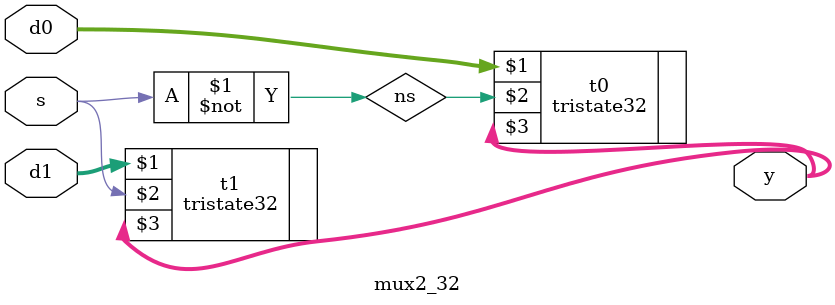
<source format=sv>
module mux2_32(input logic [31:0] d0, d1, input logic s, output tri [31:0] y);

not inversor(ns, s);

tristate32 t0(d0, ns, y);
tristate32 t1(d1, s, y);
endmodule

</source>
